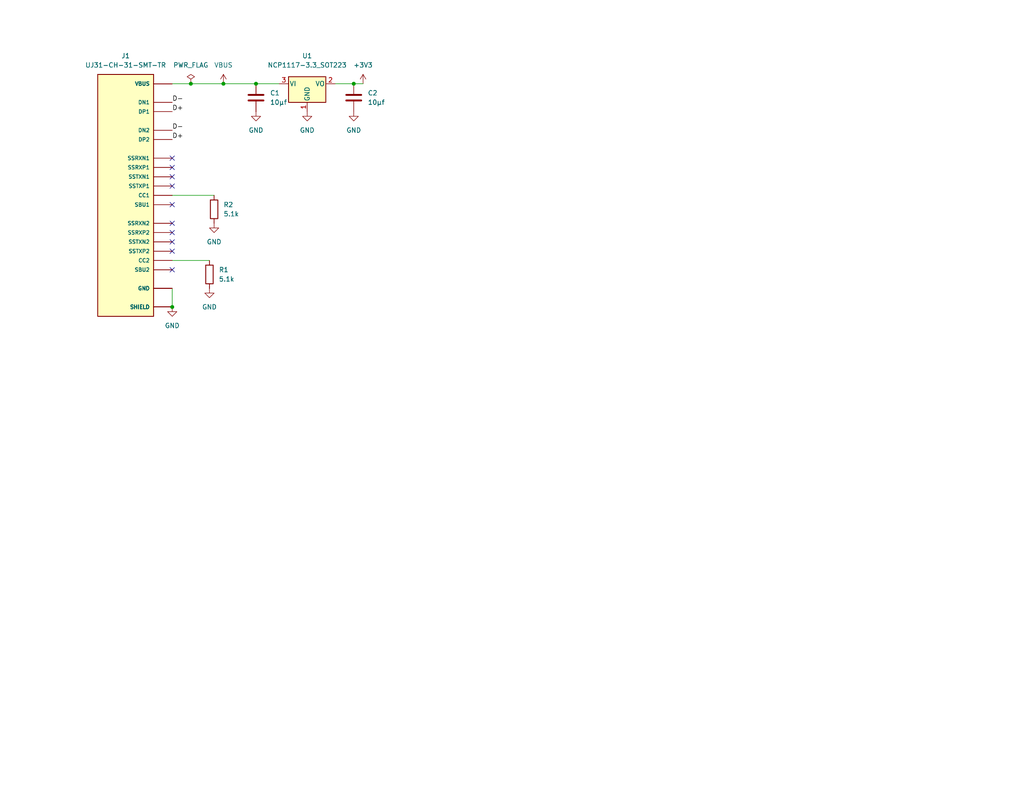
<source format=kicad_sch>
(kicad_sch (version 20211123) (generator eeschema)

  (uuid 003e20db-5b14-4dd6-8b08-8d9a7eeae22a)

  (paper "A")

  (title_block
    (title "RX-2040")
    (date "2022-04-23")
    (rev "1")
    (company "BecauseImClever")
  )

  (lib_symbols
    (symbol "Device:C" (pin_numbers hide) (pin_names (offset 0.254)) (in_bom yes) (on_board yes)
      (property "Reference" "C" (id 0) (at 0.635 2.54 0)
        (effects (font (size 1.27 1.27)) (justify left))
      )
      (property "Value" "C" (id 1) (at 0.635 -2.54 0)
        (effects (font (size 1.27 1.27)) (justify left))
      )
      (property "Footprint" "" (id 2) (at 0.9652 -3.81 0)
        (effects (font (size 1.27 1.27)) hide)
      )
      (property "Datasheet" "~" (id 3) (at 0 0 0)
        (effects (font (size 1.27 1.27)) hide)
      )
      (property "ki_keywords" "cap capacitor" (id 4) (at 0 0 0)
        (effects (font (size 1.27 1.27)) hide)
      )
      (property "ki_description" "Unpolarized capacitor" (id 5) (at 0 0 0)
        (effects (font (size 1.27 1.27)) hide)
      )
      (property "ki_fp_filters" "C_*" (id 6) (at 0 0 0)
        (effects (font (size 1.27 1.27)) hide)
      )
      (symbol "C_0_1"
        (polyline
          (pts
            (xy -2.032 -0.762)
            (xy 2.032 -0.762)
          )
          (stroke (width 0.508) (type default) (color 0 0 0 0))
          (fill (type none))
        )
        (polyline
          (pts
            (xy -2.032 0.762)
            (xy 2.032 0.762)
          )
          (stroke (width 0.508) (type default) (color 0 0 0 0))
          (fill (type none))
        )
      )
      (symbol "C_1_1"
        (pin passive line (at 0 3.81 270) (length 2.794)
          (name "~" (effects (font (size 1.27 1.27))))
          (number "1" (effects (font (size 1.27 1.27))))
        )
        (pin passive line (at 0 -3.81 90) (length 2.794)
          (name "~" (effects (font (size 1.27 1.27))))
          (number "2" (effects (font (size 1.27 1.27))))
        )
      )
    )
    (symbol "Device:R" (pin_numbers hide) (pin_names (offset 0)) (in_bom yes) (on_board yes)
      (property "Reference" "R" (id 0) (at 2.032 0 90)
        (effects (font (size 1.27 1.27)))
      )
      (property "Value" "R" (id 1) (at 0 0 90)
        (effects (font (size 1.27 1.27)))
      )
      (property "Footprint" "" (id 2) (at -1.778 0 90)
        (effects (font (size 1.27 1.27)) hide)
      )
      (property "Datasheet" "~" (id 3) (at 0 0 0)
        (effects (font (size 1.27 1.27)) hide)
      )
      (property "ki_keywords" "R res resistor" (id 4) (at 0 0 0)
        (effects (font (size 1.27 1.27)) hide)
      )
      (property "ki_description" "Resistor" (id 5) (at 0 0 0)
        (effects (font (size 1.27 1.27)) hide)
      )
      (property "ki_fp_filters" "R_*" (id 6) (at 0 0 0)
        (effects (font (size 1.27 1.27)) hide)
      )
      (symbol "R_0_1"
        (rectangle (start -1.016 -2.54) (end 1.016 2.54)
          (stroke (width 0.254) (type default) (color 0 0 0 0))
          (fill (type none))
        )
      )
      (symbol "R_1_1"
        (pin passive line (at 0 3.81 270) (length 1.27)
          (name "~" (effects (font (size 1.27 1.27))))
          (number "1" (effects (font (size 1.27 1.27))))
        )
        (pin passive line (at 0 -3.81 90) (length 1.27)
          (name "~" (effects (font (size 1.27 1.27))))
          (number "2" (effects (font (size 1.27 1.27))))
        )
      )
    )
    (symbol "Regulator_Linear:NCP1117-3.3_SOT223" (pin_names (offset 0.254)) (in_bom yes) (on_board yes)
      (property "Reference" "U" (id 0) (at -3.81 3.175 0)
        (effects (font (size 1.27 1.27)))
      )
      (property "Value" "NCP1117-3.3_SOT223" (id 1) (at 0 3.175 0)
        (effects (font (size 1.27 1.27)) (justify left))
      )
      (property "Footprint" "Package_TO_SOT_SMD:SOT-223-3_TabPin2" (id 2) (at 0 5.08 0)
        (effects (font (size 1.27 1.27)) hide)
      )
      (property "Datasheet" "http://www.onsemi.com/pub_link/Collateral/NCP1117-D.PDF" (id 3) (at 2.54 -6.35 0)
        (effects (font (size 1.27 1.27)) hide)
      )
      (property "ki_keywords" "REGULATOR LDO 3.3V" (id 4) (at 0 0 0)
        (effects (font (size 1.27 1.27)) hide)
      )
      (property "ki_description" "1A Low drop-out regulator, Fixed Output 3.3V, SOT-223" (id 5) (at 0 0 0)
        (effects (font (size 1.27 1.27)) hide)
      )
      (property "ki_fp_filters" "SOT?223*TabPin2*" (id 6) (at 0 0 0)
        (effects (font (size 1.27 1.27)) hide)
      )
      (symbol "NCP1117-3.3_SOT223_0_1"
        (rectangle (start -5.08 -5.08) (end 5.08 1.905)
          (stroke (width 0.254) (type default) (color 0 0 0 0))
          (fill (type background))
        )
      )
      (symbol "NCP1117-3.3_SOT223_1_1"
        (pin power_in line (at 0 -7.62 90) (length 2.54)
          (name "GND" (effects (font (size 1.27 1.27))))
          (number "1" (effects (font (size 1.27 1.27))))
        )
        (pin power_out line (at 7.62 0 180) (length 2.54)
          (name "VO" (effects (font (size 1.27 1.27))))
          (number "2" (effects (font (size 1.27 1.27))))
        )
        (pin power_in line (at -7.62 0 0) (length 2.54)
          (name "VI" (effects (font (size 1.27 1.27))))
          (number "3" (effects (font (size 1.27 1.27))))
        )
      )
    )
    (symbol "UJ31-CH-31-SMT-TR:UJ31-CH-31-SMT-TR" (pin_numbers hide) (pin_names (offset 1.016)) (in_bom yes) (on_board yes)
      (property "Reference" "J" (id 0) (at -7.62 33.655 0)
        (effects (font (size 1.27 1.27)) (justify left bottom))
      )
      (property "Value" "UJ31-CH-31-SMT-TR" (id 1) (at -7.62 -35.56 0)
        (effects (font (size 1.27 1.27)) (justify left bottom))
      )
      (property "Footprint" "CUI_UJ31-CH-31-SMT-TR" (id 2) (at 0 0 0)
        (effects (font (size 1.27 1.27)) (justify left bottom) hide)
      )
      (property "Datasheet" "" (id 3) (at 0 0 0)
        (effects (font (size 1.27 1.27)) (justify left bottom) hide)
      )
      (property "MAXIMUM_PACKAGE_HEIGHT" "3.21 mm" (id 4) (at 0 0 0)
        (effects (font (size 1.27 1.27)) (justify left bottom) hide)
      )
      (property "STANDARD" "Manufacturer Recommendations" (id 5) (at 0 0 0)
        (effects (font (size 1.27 1.27)) (justify left bottom) hide)
      )
      (property "MANUFACTURER" "CUI Devices" (id 6) (at 0 0 0)
        (effects (font (size 1.27 1.27)) (justify left bottom) hide)
      )
      (property "PARTREV" "1.03" (id 7) (at 0 0 0)
        (effects (font (size 1.27 1.27)) (justify left bottom) hide)
      )
      (property "ki_locked" "" (id 8) (at 0 0 0)
        (effects (font (size 1.27 1.27)))
      )
      (symbol "UJ31-CH-31-SMT-TR_0_0"
        (rectangle (start -7.62 -33.02) (end 7.62 33.02)
          (stroke (width 0.254) (type default) (color 0 0 0 0))
          (fill (type background))
        )
        (pin passive line (at 12.7 -30.48 180) (length 5.08)
          (name "SHIELD" (effects (font (size 1.016 1.016))))
          (number "1" (effects (font (size 1.016 1.016))))
        )
        (pin passive line (at 12.7 -30.48 180) (length 5.08)
          (name "SHIELD" (effects (font (size 1.016 1.016))))
          (number "2" (effects (font (size 1.016 1.016))))
        )
        (pin passive line (at 12.7 -30.48 180) (length 5.08)
          (name "SHIELD" (effects (font (size 1.016 1.016))))
          (number "3" (effects (font (size 1.016 1.016))))
        )
        (pin passive line (at 12.7 -30.48 180) (length 5.08)
          (name "SHIELD" (effects (font (size 1.016 1.016))))
          (number "4" (effects (font (size 1.016 1.016))))
        )
        (pin passive line (at 12.7 -30.48 180) (length 5.08)
          (name "SHIELD" (effects (font (size 1.016 1.016))))
          (number "5" (effects (font (size 1.016 1.016))))
        )
        (pin passive line (at 12.7 -30.48 180) (length 5.08)
          (name "SHIELD" (effects (font (size 1.016 1.016))))
          (number "6" (effects (font (size 1.016 1.016))))
        )
        (pin power_in line (at 12.7 -25.4 180) (length 5.08)
          (name "GND" (effects (font (size 1.016 1.016))))
          (number "A1" (effects (font (size 1.016 1.016))))
        )
        (pin bidirectional line (at 12.7 -7.62 180) (length 5.08)
          (name "SSRXN2" (effects (font (size 1.016 1.016))))
          (number "A10" (effects (font (size 1.016 1.016))))
        )
        (pin bidirectional line (at 12.7 -10.16 180) (length 5.08)
          (name "SSRXP2" (effects (font (size 1.016 1.016))))
          (number "A11" (effects (font (size 1.016 1.016))))
        )
        (pin power_in line (at 12.7 -25.4 180) (length 5.08)
          (name "GND" (effects (font (size 1.016 1.016))))
          (number "A12" (effects (font (size 1.016 1.016))))
        )
        (pin bidirectional line (at 12.7 2.54 180) (length 5.08)
          (name "SSTXP1" (effects (font (size 1.016 1.016))))
          (number "A2" (effects (font (size 1.016 1.016))))
        )
        (pin bidirectional line (at 12.7 5.08 180) (length 5.08)
          (name "SSTXN1" (effects (font (size 1.016 1.016))))
          (number "A3" (effects (font (size 1.016 1.016))))
        )
        (pin power_in line (at 12.7 30.48 180) (length 5.08)
          (name "VBUS" (effects (font (size 1.016 1.016))))
          (number "A4" (effects (font (size 1.016 1.016))))
        )
        (pin bidirectional line (at 12.7 0 180) (length 5.08)
          (name "CC1" (effects (font (size 1.016 1.016))))
          (number "A5" (effects (font (size 1.016 1.016))))
        )
        (pin bidirectional line (at 12.7 22.86 180) (length 5.08)
          (name "DP1" (effects (font (size 1.016 1.016))))
          (number "A6" (effects (font (size 1.016 1.016))))
        )
        (pin bidirectional line (at 12.7 25.4 180) (length 5.08)
          (name "DN1" (effects (font (size 1.016 1.016))))
          (number "A7" (effects (font (size 1.016 1.016))))
        )
        (pin bidirectional line (at 12.7 -2.54 180) (length 5.08)
          (name "SBU1" (effects (font (size 1.016 1.016))))
          (number "A8" (effects (font (size 1.016 1.016))))
        )
        (pin power_in line (at 12.7 30.48 180) (length 5.08)
          (name "VBUS" (effects (font (size 1.016 1.016))))
          (number "A9" (effects (font (size 1.016 1.016))))
        )
        (pin power_in line (at 12.7 -25.4 180) (length 5.08)
          (name "GND" (effects (font (size 1.016 1.016))))
          (number "B1" (effects (font (size 1.016 1.016))))
        )
        (pin bidirectional line (at 12.7 10.16 180) (length 5.08)
          (name "SSRXN1" (effects (font (size 1.016 1.016))))
          (number "B10" (effects (font (size 1.016 1.016))))
        )
        (pin bidirectional line (at 12.7 7.62 180) (length 5.08)
          (name "SSRXP1" (effects (font (size 1.016 1.016))))
          (number "B11" (effects (font (size 1.016 1.016))))
        )
        (pin power_in line (at 12.7 -25.4 180) (length 5.08)
          (name "GND" (effects (font (size 1.016 1.016))))
          (number "B12" (effects (font (size 1.016 1.016))))
        )
        (pin bidirectional line (at 12.7 -15.24 180) (length 5.08)
          (name "SSTXP2" (effects (font (size 1.016 1.016))))
          (number "B2" (effects (font (size 1.016 1.016))))
        )
        (pin bidirectional line (at 12.7 -12.7 180) (length 5.08)
          (name "SSTXN2" (effects (font (size 1.016 1.016))))
          (number "B3" (effects (font (size 1.016 1.016))))
        )
        (pin power_in line (at 12.7 30.48 180) (length 5.08)
          (name "VBUS" (effects (font (size 1.016 1.016))))
          (number "B4" (effects (font (size 1.016 1.016))))
        )
        (pin bidirectional line (at 12.7 -17.78 180) (length 5.08)
          (name "CC2" (effects (font (size 1.016 1.016))))
          (number "B5" (effects (font (size 1.016 1.016))))
        )
        (pin bidirectional line (at 12.7 15.24 180) (length 5.08)
          (name "DP2" (effects (font (size 1.016 1.016))))
          (number "B6" (effects (font (size 1.016 1.016))))
        )
        (pin bidirectional line (at 12.7 17.78 180) (length 5.08)
          (name "DN2" (effects (font (size 1.016 1.016))))
          (number "B7" (effects (font (size 1.016 1.016))))
        )
        (pin bidirectional line (at 12.7 -20.32 180) (length 5.08)
          (name "SBU2" (effects (font (size 1.016 1.016))))
          (number "B8" (effects (font (size 1.016 1.016))))
        )
        (pin power_in line (at 12.7 30.48 180) (length 5.08)
          (name "VBUS" (effects (font (size 1.016 1.016))))
          (number "B9" (effects (font (size 1.016 1.016))))
        )
        (pin passive line (at 12.7 -30.48 180) (length 5.08)
          (name "SHIELD" (effects (font (size 1.016 1.016))))
          (number "S1" (effects (font (size 1.016 1.016))))
        )
        (pin passive line (at 12.7 -30.48 180) (length 5.08)
          (name "SHIELD" (effects (font (size 1.016 1.016))))
          (number "S2" (effects (font (size 1.016 1.016))))
        )
      )
    )
    (symbol "power:+3.3V" (power) (pin_names (offset 0)) (in_bom yes) (on_board yes)
      (property "Reference" "#PWR" (id 0) (at 0 -3.81 0)
        (effects (font (size 1.27 1.27)) hide)
      )
      (property "Value" "+3.3V" (id 1) (at 0 3.556 0)
        (effects (font (size 1.27 1.27)))
      )
      (property "Footprint" "" (id 2) (at 0 0 0)
        (effects (font (size 1.27 1.27)) hide)
      )
      (property "Datasheet" "" (id 3) (at 0 0 0)
        (effects (font (size 1.27 1.27)) hide)
      )
      (property "ki_keywords" "power-flag" (id 4) (at 0 0 0)
        (effects (font (size 1.27 1.27)) hide)
      )
      (property "ki_description" "Power symbol creates a global label with name \"+3.3V\"" (id 5) (at 0 0 0)
        (effects (font (size 1.27 1.27)) hide)
      )
      (symbol "+3.3V_0_1"
        (polyline
          (pts
            (xy -0.762 1.27)
            (xy 0 2.54)
          )
          (stroke (width 0) (type default) (color 0 0 0 0))
          (fill (type none))
        )
        (polyline
          (pts
            (xy 0 0)
            (xy 0 2.54)
          )
          (stroke (width 0) (type default) (color 0 0 0 0))
          (fill (type none))
        )
        (polyline
          (pts
            (xy 0 2.54)
            (xy 0.762 1.27)
          )
          (stroke (width 0) (type default) (color 0 0 0 0))
          (fill (type none))
        )
      )
      (symbol "+3.3V_1_1"
        (pin power_in line (at 0 0 90) (length 0) hide
          (name "+3V3" (effects (font (size 1.27 1.27))))
          (number "1" (effects (font (size 1.27 1.27))))
        )
      )
    )
    (symbol "power:GND" (power) (pin_names (offset 0)) (in_bom yes) (on_board yes)
      (property "Reference" "#PWR" (id 0) (at 0 -6.35 0)
        (effects (font (size 1.27 1.27)) hide)
      )
      (property "Value" "GND" (id 1) (at 0 -3.81 0)
        (effects (font (size 1.27 1.27)))
      )
      (property "Footprint" "" (id 2) (at 0 0 0)
        (effects (font (size 1.27 1.27)) hide)
      )
      (property "Datasheet" "" (id 3) (at 0 0 0)
        (effects (font (size 1.27 1.27)) hide)
      )
      (property "ki_keywords" "power-flag" (id 4) (at 0 0 0)
        (effects (font (size 1.27 1.27)) hide)
      )
      (property "ki_description" "Power symbol creates a global label with name \"GND\" , ground" (id 5) (at 0 0 0)
        (effects (font (size 1.27 1.27)) hide)
      )
      (symbol "GND_0_1"
        (polyline
          (pts
            (xy 0 0)
            (xy 0 -1.27)
            (xy 1.27 -1.27)
            (xy 0 -2.54)
            (xy -1.27 -1.27)
            (xy 0 -1.27)
          )
          (stroke (width 0) (type default) (color 0 0 0 0))
          (fill (type none))
        )
      )
      (symbol "GND_1_1"
        (pin power_in line (at 0 0 270) (length 0) hide
          (name "GND" (effects (font (size 1.27 1.27))))
          (number "1" (effects (font (size 1.27 1.27))))
        )
      )
    )
    (symbol "power:PWR_FLAG" (power) (pin_numbers hide) (pin_names (offset 0) hide) (in_bom yes) (on_board yes)
      (property "Reference" "#FLG" (id 0) (at 0 1.905 0)
        (effects (font (size 1.27 1.27)) hide)
      )
      (property "Value" "PWR_FLAG" (id 1) (at 0 3.81 0)
        (effects (font (size 1.27 1.27)))
      )
      (property "Footprint" "" (id 2) (at 0 0 0)
        (effects (font (size 1.27 1.27)) hide)
      )
      (property "Datasheet" "~" (id 3) (at 0 0 0)
        (effects (font (size 1.27 1.27)) hide)
      )
      (property "ki_keywords" "power-flag" (id 4) (at 0 0 0)
        (effects (font (size 1.27 1.27)) hide)
      )
      (property "ki_description" "Special symbol for telling ERC where power comes from" (id 5) (at 0 0 0)
        (effects (font (size 1.27 1.27)) hide)
      )
      (symbol "PWR_FLAG_0_0"
        (pin power_out line (at 0 0 90) (length 0)
          (name "pwr" (effects (font (size 1.27 1.27))))
          (number "1" (effects (font (size 1.27 1.27))))
        )
      )
      (symbol "PWR_FLAG_0_1"
        (polyline
          (pts
            (xy 0 0)
            (xy 0 1.27)
            (xy -1.016 1.905)
            (xy 0 2.54)
            (xy 1.016 1.905)
            (xy 0 1.27)
          )
          (stroke (width 0) (type default) (color 0 0 0 0))
          (fill (type none))
        )
      )
    )
    (symbol "power:VBUS" (power) (pin_names (offset 0)) (in_bom yes) (on_board yes)
      (property "Reference" "#PWR" (id 0) (at 0 -3.81 0)
        (effects (font (size 1.27 1.27)) hide)
      )
      (property "Value" "VBUS" (id 1) (at 0 3.81 0)
        (effects (font (size 1.27 1.27)))
      )
      (property "Footprint" "" (id 2) (at 0 0 0)
        (effects (font (size 1.27 1.27)) hide)
      )
      (property "Datasheet" "" (id 3) (at 0 0 0)
        (effects (font (size 1.27 1.27)) hide)
      )
      (property "ki_keywords" "power-flag" (id 4) (at 0 0 0)
        (effects (font (size 1.27 1.27)) hide)
      )
      (property "ki_description" "Power symbol creates a global label with name \"VBUS\"" (id 5) (at 0 0 0)
        (effects (font (size 1.27 1.27)) hide)
      )
      (symbol "VBUS_0_1"
        (polyline
          (pts
            (xy -0.762 1.27)
            (xy 0 2.54)
          )
          (stroke (width 0) (type default) (color 0 0 0 0))
          (fill (type none))
        )
        (polyline
          (pts
            (xy 0 0)
            (xy 0 2.54)
          )
          (stroke (width 0) (type default) (color 0 0 0 0))
          (fill (type none))
        )
        (polyline
          (pts
            (xy 0 2.54)
            (xy 0.762 1.27)
          )
          (stroke (width 0) (type default) (color 0 0 0 0))
          (fill (type none))
        )
      )
      (symbol "VBUS_1_1"
        (pin power_in line (at 0 0 90) (length 0) hide
          (name "VBUS" (effects (font (size 1.27 1.27))))
          (number "1" (effects (font (size 1.27 1.27))))
        )
      )
    )
  )

  (junction (at 69.85 22.86) (diameter 0) (color 0 0 0 0)
    (uuid 654d3a3e-f68a-4a00-ac7c-78e776ee41a5)
  )
  (junction (at 60.96 22.86) (diameter 0) (color 0 0 0 0)
    (uuid 666524d5-99e2-491c-80b2-0dd234128dc3)
  )
  (junction (at 46.99 83.82) (diameter 0) (color 0 0 0 0)
    (uuid d0639973-d0d7-4b1a-9f34-34dfe5d2a610)
  )
  (junction (at 96.52 22.86) (diameter 0) (color 0 0 0 0)
    (uuid f42a37be-09e0-475f-adf8-03242b3d8d2b)
  )
  (junction (at 52.07 22.86) (diameter 0) (color 0 0 0 0)
    (uuid f67af7ff-10b0-429a-852e-d230573d9c60)
  )

  (no_connect (at 46.99 73.66) (uuid 82b0e094-7971-4bd7-ac0a-38590a161de6))
  (no_connect (at 46.99 43.18) (uuid 82b0e094-7971-4bd7-ac0a-38590a161de6))
  (no_connect (at 46.99 45.72) (uuid 82b0e094-7971-4bd7-ac0a-38590a161de6))
  (no_connect (at 46.99 48.26) (uuid 82b0e094-7971-4bd7-ac0a-38590a161de6))
  (no_connect (at 46.99 50.8) (uuid 82b0e094-7971-4bd7-ac0a-38590a161de6))
  (no_connect (at 46.99 55.88) (uuid 82b0e094-7971-4bd7-ac0a-38590a161de6))
  (no_connect (at 46.99 60.96) (uuid 82b0e094-7971-4bd7-ac0a-38590a161de6))
  (no_connect (at 46.99 63.5) (uuid 82b0e094-7971-4bd7-ac0a-38590a161de6))
  (no_connect (at 46.99 66.04) (uuid 82b0e094-7971-4bd7-ac0a-38590a161de6))
  (no_connect (at 46.99 68.58) (uuid 82b0e094-7971-4bd7-ac0a-38590a161de6))

  (wire (pts (xy 99.06 22.86) (xy 96.52 22.86))
    (stroke (width 0) (type default) (color 0 0 0 0))
    (uuid 4fa7638e-e16e-4319-a973-1ef3fea74943)
  )
  (wire (pts (xy 91.44 22.86) (xy 96.52 22.86))
    (stroke (width 0) (type default) (color 0 0 0 0))
    (uuid 74d26d8f-e8c3-488c-a953-c12915ee0f09)
  )
  (wire (pts (xy 46.99 53.34) (xy 58.42 53.34))
    (stroke (width 0) (type default) (color 0 0 0 0))
    (uuid 8edf71ae-3262-4f6e-a5b6-93f2d6328e08)
  )
  (wire (pts (xy 60.96 22.86) (xy 69.85 22.86))
    (stroke (width 0) (type default) (color 0 0 0 0))
    (uuid 9476cfeb-a023-4ad8-bbf1-1bc14f2c16ee)
  )
  (wire (pts (xy 46.99 22.86) (xy 52.07 22.86))
    (stroke (width 0) (type default) (color 0 0 0 0))
    (uuid 9fd160dd-efa6-4987-8ae5-102a9d6ac48d)
  )
  (wire (pts (xy 69.85 22.86) (xy 76.2 22.86))
    (stroke (width 0) (type default) (color 0 0 0 0))
    (uuid a71e8bd7-fcf9-4da1-a98d-7c1b5e15a91a)
  )
  (wire (pts (xy 46.99 71.12) (xy 57.15 71.12))
    (stroke (width 0) (type default) (color 0 0 0 0))
    (uuid a96a14f0-f48d-430d-a499-9dd16c47f9cd)
  )
  (wire (pts (xy 60.96 22.86) (xy 52.07 22.86))
    (stroke (width 0) (type default) (color 0 0 0 0))
    (uuid b65cc31e-6a2f-4f6a-81a0-d5ddc4d28f67)
  )
  (wire (pts (xy 46.99 78.74) (xy 46.99 83.82))
    (stroke (width 0) (type default) (color 0 0 0 0))
    (uuid dce3d44c-b492-4eb5-8e35-f8da7e1d2fb5)
  )

  (label "D+" (at 46.99 30.48 0)
    (effects (font (size 1.27 1.27)) (justify left bottom))
    (uuid 632c27f3-5fce-4824-9d5e-24ee6fbc2392)
  )
  (label "D-" (at 46.99 27.94 0)
    (effects (font (size 1.27 1.27)) (justify left bottom))
    (uuid 79f5e43e-20eb-46d8-9a65-1572190437ad)
  )
  (label "D+" (at 46.99 38.1 0)
    (effects (font (size 1.27 1.27)) (justify left bottom))
    (uuid ae8986b0-6ae9-4de0-ac8e-a3d65e1933c8)
  )
  (label "D-" (at 46.99 35.56 0)
    (effects (font (size 1.27 1.27)) (justify left bottom))
    (uuid d8a647c9-8631-455c-830f-81ae24c347cc)
  )

  (symbol (lib_id "power:VBUS") (at 60.96 22.86 0) (unit 1)
    (in_bom yes) (on_board yes) (fields_autoplaced)
    (uuid 068b2ab8-f452-44a4-b841-1e0c5df34a41)
    (property "Reference" "#PWR04" (id 0) (at 60.96 26.67 0)
      (effects (font (size 1.27 1.27)) hide)
    )
    (property "Value" "VBUS" (id 1) (at 60.96 17.78 0))
    (property "Footprint" "" (id 2) (at 60.96 22.86 0)
      (effects (font (size 1.27 1.27)) hide)
    )
    (property "Datasheet" "" (id 3) (at 60.96 22.86 0)
      (effects (font (size 1.27 1.27)) hide)
    )
    (pin "1" (uuid 7f0d4204-0763-4589-a237-9e6ecd935473))
  )

  (symbol (lib_id "power:+3.3V") (at 99.06 22.86 0) (unit 1)
    (in_bom yes) (on_board yes) (fields_autoplaced)
    (uuid 12aa08e9-0c5e-4abf-bd88-2fc12c7ed390)
    (property "Reference" "#PWR08" (id 0) (at 99.06 26.67 0)
      (effects (font (size 1.27 1.27)) hide)
    )
    (property "Value" "+3.3V" (id 1) (at 99.06 17.78 0))
    (property "Footprint" "" (id 2) (at 99.06 22.86 0)
      (effects (font (size 1.27 1.27)) hide)
    )
    (property "Datasheet" "" (id 3) (at 99.06 22.86 0)
      (effects (font (size 1.27 1.27)) hide)
    )
    (pin "1" (uuid 76f9a9e0-79cf-4a8d-8693-aaa51ddf9f2e))
  )

  (symbol (lib_id "power:GND") (at 69.85 30.48 0) (unit 1)
    (in_bom yes) (on_board yes) (fields_autoplaced)
    (uuid 189a1890-064a-483e-b565-8f18c8f0fd0b)
    (property "Reference" "#PWR05" (id 0) (at 69.85 36.83 0)
      (effects (font (size 1.27 1.27)) hide)
    )
    (property "Value" "GND" (id 1) (at 69.85 35.56 0))
    (property "Footprint" "" (id 2) (at 69.85 30.48 0)
      (effects (font (size 1.27 1.27)) hide)
    )
    (property "Datasheet" "" (id 3) (at 69.85 30.48 0)
      (effects (font (size 1.27 1.27)) hide)
    )
    (pin "1" (uuid 5d6c6105-2335-44b4-a3fc-f97cbd8bc400))
  )

  (symbol (lib_id "power:GND") (at 57.15 78.74 0) (unit 1)
    (in_bom yes) (on_board yes) (fields_autoplaced)
    (uuid 1de25e35-67cf-4503-a33e-a5c5fd06d5c8)
    (property "Reference" "#PWR02" (id 0) (at 57.15 85.09 0)
      (effects (font (size 1.27 1.27)) hide)
    )
    (property "Value" "GND" (id 1) (at 57.15 83.82 0))
    (property "Footprint" "" (id 2) (at 57.15 78.74 0)
      (effects (font (size 1.27 1.27)) hide)
    )
    (property "Datasheet" "" (id 3) (at 57.15 78.74 0)
      (effects (font (size 1.27 1.27)) hide)
    )
    (pin "1" (uuid 118a2d72-84a8-4be6-9c5f-e767f8deb288))
  )

  (symbol (lib_id "Device:R") (at 57.15 74.93 0) (unit 1)
    (in_bom yes) (on_board yes) (fields_autoplaced)
    (uuid 25b37791-a0ec-4ac8-a9fb-b18cfe94c406)
    (property "Reference" "R1" (id 0) (at 59.69 73.6599 0)
      (effects (font (size 1.27 1.27)) (justify left))
    )
    (property "Value" "5.1k" (id 1) (at 59.69 76.1999 0)
      (effects (font (size 1.27 1.27)) (justify left))
    )
    (property "Footprint" "Resistor_SMD:R_1210_3225Metric_Pad1.30x2.65mm_HandSolder" (id 2) (at 55.372 74.93 90)
      (effects (font (size 1.27 1.27)) hide)
    )
    (property "Datasheet" "~" (id 3) (at 57.15 74.93 0)
      (effects (font (size 1.27 1.27)) hide)
    )
    (pin "1" (uuid 3746476a-021d-4d70-9259-ce172eb0f3d1))
    (pin "2" (uuid 23843b66-a966-4ab6-9183-b1e7d4e4e185))
  )

  (symbol (lib_id "power:PWR_FLAG") (at 52.07 22.86 0) (unit 1)
    (in_bom yes) (on_board yes)
    (uuid 3340d1fd-6b29-4607-bb73-7877ca54f093)
    (property "Reference" "#FLG01" (id 0) (at 52.07 20.955 0)
      (effects (font (size 1.27 1.27)) hide)
    )
    (property "Value" "PWR_FLAG" (id 1) (at 52.07 17.78 0))
    (property "Footprint" "" (id 2) (at 52.07 22.86 0)
      (effects (font (size 1.27 1.27)) hide)
    )
    (property "Datasheet" "~" (id 3) (at 52.07 22.86 0)
      (effects (font (size 1.27 1.27)) hide)
    )
    (pin "1" (uuid edb519d0-f183-4a0b-bd2e-25a4a0be17fd))
  )

  (symbol (lib_id "power:GND") (at 83.82 30.48 0) (unit 1)
    (in_bom yes) (on_board yes) (fields_autoplaced)
    (uuid 3ca2c3fd-436a-42d4-97c8-e93dfe5ef379)
    (property "Reference" "#PWR06" (id 0) (at 83.82 36.83 0)
      (effects (font (size 1.27 1.27)) hide)
    )
    (property "Value" "GND" (id 1) (at 83.82 35.56 0))
    (property "Footprint" "" (id 2) (at 83.82 30.48 0)
      (effects (font (size 1.27 1.27)) hide)
    )
    (property "Datasheet" "" (id 3) (at 83.82 30.48 0)
      (effects (font (size 1.27 1.27)) hide)
    )
    (pin "1" (uuid 28869b31-8019-4469-85e2-97e2191a193e))
  )

  (symbol (lib_id "power:GND") (at 46.99 83.82 0) (unit 1)
    (in_bom yes) (on_board yes) (fields_autoplaced)
    (uuid 4d5871d1-970a-492c-b8bb-13c6911f50b0)
    (property "Reference" "#PWR01" (id 0) (at 46.99 90.17 0)
      (effects (font (size 1.27 1.27)) hide)
    )
    (property "Value" "GND" (id 1) (at 46.99 88.9 0))
    (property "Footprint" "" (id 2) (at 46.99 83.82 0)
      (effects (font (size 1.27 1.27)) hide)
    )
    (property "Datasheet" "" (id 3) (at 46.99 83.82 0)
      (effects (font (size 1.27 1.27)) hide)
    )
    (pin "1" (uuid eba9cab7-0780-42c0-9a41-d7d2c1c2191b))
  )

  (symbol (lib_id "Device:C") (at 96.52 26.67 0) (unit 1)
    (in_bom yes) (on_board yes) (fields_autoplaced)
    (uuid 5f0b501d-84aa-4175-b99f-ccf15638aee2)
    (property "Reference" "C2" (id 0) (at 100.33 25.3999 0)
      (effects (font (size 1.27 1.27)) (justify left))
    )
    (property "Value" "10μf" (id 1) (at 100.33 27.9399 0)
      (effects (font (size 1.27 1.27)) (justify left))
    )
    (property "Footprint" "Capacitor_SMD:C_1210_3225Metric_Pad1.33x2.70mm_HandSolder" (id 2) (at 97.4852 30.48 0)
      (effects (font (size 1.27 1.27)) hide)
    )
    (property "Datasheet" "~" (id 3) (at 96.52 26.67 0)
      (effects (font (size 1.27 1.27)) hide)
    )
    (pin "1" (uuid 62885681-e762-43b7-9ca1-11a8c884d9fb))
    (pin "2" (uuid 888115d4-6eea-4d4b-90db-1ca36d3cb403))
  )

  (symbol (lib_id "Regulator_Linear:NCP1117-3.3_SOT223") (at 83.82 22.86 0) (unit 1)
    (in_bom yes) (on_board yes) (fields_autoplaced)
    (uuid 8892b984-f6f0-4c25-92fb-ab1b9d2b3b62)
    (property "Reference" "U1" (id 0) (at 83.82 15.24 0))
    (property "Value" "NCP1117-3.3_SOT223" (id 1) (at 83.82 17.78 0))
    (property "Footprint" "Package_TO_SOT_SMD:SOT-223-3_TabPin2" (id 2) (at 83.82 17.78 0)
      (effects (font (size 1.27 1.27)) hide)
    )
    (property "Datasheet" "http://www.onsemi.com/pub_link/Collateral/NCP1117-D.PDF" (id 3) (at 86.36 29.21 0)
      (effects (font (size 1.27 1.27)) hide)
    )
    (pin "1" (uuid fdf8094a-e7b1-4435-aede-d2e816c8447a))
    (pin "2" (uuid e15901a5-cb6f-405e-9205-a2129b852bb5))
    (pin "3" (uuid cd67fb3d-5e5d-4a47-abe2-9f9f034456df))
  )

  (symbol (lib_id "UJ31-CH-31-SMT-TR:UJ31-CH-31-SMT-TR") (at 34.29 53.34 0) (unit 1)
    (in_bom yes) (on_board yes) (fields_autoplaced)
    (uuid 923535a8-42fe-4cb5-8e84-24f966b6c950)
    (property "Reference" "J1" (id 0) (at 34.29 15.24 0))
    (property "Value" "UJ31-CH-31-SMT-TR" (id 1) (at 34.29 17.78 0))
    (property "Footprint" "UJ31-CH-31-SMT-TR:CUI_UJ31-CH-31-SMT-TR" (id 2) (at 34.29 53.34 0)
      (effects (font (size 1.27 1.27)) (justify left bottom) hide)
    )
    (property "Datasheet" "" (id 3) (at 34.29 53.34 0)
      (effects (font (size 1.27 1.27)) (justify left bottom) hide)
    )
    (property "MAXIMUM_PACKAGE_HEIGHT" "3.21 mm" (id 4) (at 34.29 53.34 0)
      (effects (font (size 1.27 1.27)) (justify left bottom) hide)
    )
    (property "STANDARD" "Manufacturer Recommendations" (id 5) (at 34.29 53.34 0)
      (effects (font (size 1.27 1.27)) (justify left bottom) hide)
    )
    (property "MANUFACTURER" "CUI Devices" (id 6) (at 34.29 53.34 0)
      (effects (font (size 1.27 1.27)) (justify left bottom) hide)
    )
    (property "PARTREV" "1.03" (id 7) (at 34.29 53.34 0)
      (effects (font (size 1.27 1.27)) (justify left bottom) hide)
    )
    (pin "1" (uuid 412f69a5-3a51-418f-a6b3-ea5d162120e8))
    (pin "2" (uuid 9f98c399-407a-48f2-a155-47d99e6e8653))
    (pin "3" (uuid 447570cc-f395-45b4-b621-e95f41e56e34))
    (pin "4" (uuid 1a045c80-f95b-43e3-ad06-2e5c821e5bac))
    (pin "5" (uuid a6db7718-e8b2-4478-94a4-0d03b70ad770))
    (pin "6" (uuid 865c70e2-2dce-4eea-99e1-10624eeab86a))
    (pin "A1" (uuid 3c4dc8d9-250e-4d26-a471-87d08de1dff3))
    (pin "A10" (uuid 6d6dba01-551a-4a26-bdd3-3d210dabf12e))
    (pin "A11" (uuid b53b1111-fb4c-4297-8f5b-f59aee74ae6b))
    (pin "A12" (uuid 87a2c19d-a7de-4340-a795-068d7fb6c3aa))
    (pin "A2" (uuid 33094a1b-91bd-428c-ac61-3f2e46792b86))
    (pin "A3" (uuid 73b6029d-98b7-4977-88a2-f52b85a2b2a2))
    (pin "A4" (uuid e019d3fc-af88-4e54-83d4-4c22b877ed06))
    (pin "A5" (uuid 9be3beb0-378c-452f-95e1-48c3e3d5d661))
    (pin "A6" (uuid d4ee3924-16b6-42fb-8aca-4c472e12f0f9))
    (pin "A7" (uuid 259a9e3a-d3e2-44ce-88c8-dc6554f8f454))
    (pin "A8" (uuid fcaada7b-9aa5-42d1-8ace-f37c044f49af))
    (pin "A9" (uuid b40cc449-09c4-4c77-9041-43a7516a6f72))
    (pin "B1" (uuid e9e1cb0c-a41c-47f5-a453-e0c804ab75d6))
    (pin "B10" (uuid dc63251d-eab1-4240-87b5-e886030e9bb9))
    (pin "B11" (uuid a062b994-b8ab-479d-aedb-a4215dcdc7e3))
    (pin "B12" (uuid 77a65fa6-254c-4e1f-b548-bb6ab868eb69))
    (pin "B2" (uuid 034db376-7569-4e1b-9f32-2d06a7efc284))
    (pin "B3" (uuid 7753621f-561b-429b-bda5-63a8f0aa4b11))
    (pin "B4" (uuid 1c671ec4-a03e-4a6c-bd78-3868d05f47dd))
    (pin "B5" (uuid 87657d83-27a6-4fce-b6cc-bdc1d12f62a2))
    (pin "B6" (uuid 810e0f99-42a0-4f6a-a5a5-1a5b95cd603c))
    (pin "B7" (uuid bb65e437-c98e-4c2f-aec8-76b6005fc51b))
    (pin "B8" (uuid 6741b2e5-b363-4d20-8147-ad72684758b5))
    (pin "B9" (uuid c1803e98-6380-451f-a515-43c842109082))
    (pin "S1" (uuid c91d370a-1d0a-45a5-8af9-090216310a8a))
    (pin "S2" (uuid 6fe05cc7-6f4f-46bb-8b7d-aa803aa036a3))
  )

  (symbol (lib_id "Device:C") (at 69.85 26.67 0) (unit 1)
    (in_bom yes) (on_board yes) (fields_autoplaced)
    (uuid 94800449-5d9d-4845-8c34-d5bf4768ffa4)
    (property "Reference" "C1" (id 0) (at 73.66 25.3999 0)
      (effects (font (size 1.27 1.27)) (justify left))
    )
    (property "Value" "10μf" (id 1) (at 73.66 27.9399 0)
      (effects (font (size 1.27 1.27)) (justify left))
    )
    (property "Footprint" "Capacitor_SMD:C_1210_3225Metric_Pad1.33x2.70mm_HandSolder" (id 2) (at 70.8152 30.48 0)
      (effects (font (size 1.27 1.27)) hide)
    )
    (property "Datasheet" "~" (id 3) (at 69.85 26.67 0)
      (effects (font (size 1.27 1.27)) hide)
    )
    (pin "1" (uuid a08c6830-bf74-4dcb-915e-9235b90a1bfb))
    (pin "2" (uuid c2ec81b3-0510-4629-9a0a-39f32da13bfc))
  )

  (symbol (lib_id "power:GND") (at 58.42 60.96 0) (unit 1)
    (in_bom yes) (on_board yes) (fields_autoplaced)
    (uuid a6aa25fd-20b3-4cb7-b51e-cd7466f7f152)
    (property "Reference" "#PWR03" (id 0) (at 58.42 67.31 0)
      (effects (font (size 1.27 1.27)) hide)
    )
    (property "Value" "GND" (id 1) (at 58.42 66.04 0))
    (property "Footprint" "" (id 2) (at 58.42 60.96 0)
      (effects (font (size 1.27 1.27)) hide)
    )
    (property "Datasheet" "" (id 3) (at 58.42 60.96 0)
      (effects (font (size 1.27 1.27)) hide)
    )
    (pin "1" (uuid 2840ddaa-6417-4e5d-8e43-494d90f7ca1c))
  )

  (symbol (lib_id "Device:R") (at 58.42 57.15 0) (unit 1)
    (in_bom yes) (on_board yes) (fields_autoplaced)
    (uuid d5b3cd05-b8b0-499f-8401-1942df3a5524)
    (property "Reference" "R2" (id 0) (at 60.96 55.8799 0)
      (effects (font (size 1.27 1.27)) (justify left))
    )
    (property "Value" "5.1k" (id 1) (at 60.96 58.4199 0)
      (effects (font (size 1.27 1.27)) (justify left))
    )
    (property "Footprint" "Resistor_SMD:R_1210_3225Metric_Pad1.30x2.65mm_HandSolder" (id 2) (at 56.642 57.15 90)
      (effects (font (size 1.27 1.27)) hide)
    )
    (property "Datasheet" "~" (id 3) (at 58.42 57.15 0)
      (effects (font (size 1.27 1.27)) hide)
    )
    (pin "1" (uuid db69b1e8-82d2-48b8-82ba-777a787e43f6))
    (pin "2" (uuid fdd9846e-d8bf-4cbb-bd39-16a70ec9123d))
  )

  (symbol (lib_id "power:GND") (at 96.52 30.48 0) (unit 1)
    (in_bom yes) (on_board yes) (fields_autoplaced)
    (uuid f82161cc-68e6-48e2-b0e7-d59078ff75fb)
    (property "Reference" "#PWR07" (id 0) (at 96.52 36.83 0)
      (effects (font (size 1.27 1.27)) hide)
    )
    (property "Value" "GND" (id 1) (at 96.52 35.56 0))
    (property "Footprint" "" (id 2) (at 96.52 30.48 0)
      (effects (font (size 1.27 1.27)) hide)
    )
    (property "Datasheet" "" (id 3) (at 96.52 30.48 0)
      (effects (font (size 1.27 1.27)) hide)
    )
    (pin "1" (uuid d4b0820c-5f32-4e3e-9964-bd11c23624ea))
  )
)

</source>
